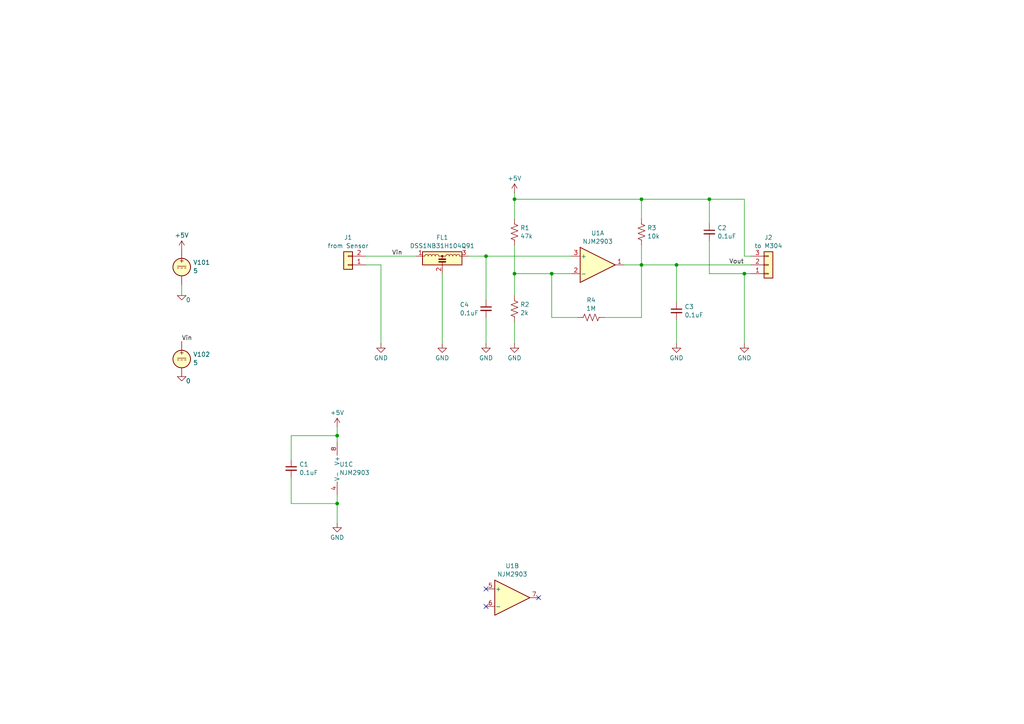
<source format=kicad_sch>
(kicad_sch (version 20231120) (generator "eeschema") (generator_version "8.0")
  (paper "A4")
  (title_block (title "Voltage Amplifier & Comparator for CTT-10-CLS-CV-25") (date "2025-07-04") (rev "1.00") (company "YS-Lab"))
  (lib_symbols
    (symbol "Connector_Generic:Conn_01x02" (pin_names (offset 1.016) hide)
      (property "Reference" "J" (at 0 2.54 0))
      (property "Value" "Conn_01x02" (at 0 -5.08 0))
      (symbol "Conn_01x02_1_1"
        (rectangle (start -1.27 -2.413) (end 0 -2.667) (stroke (width 0.1524)))
        (rectangle (start -1.27 0.127) (end 0 -0.127) (stroke (width 0.1524)))
        (rectangle (start -1.27 1.27) (end 1.27 -3.81) (stroke (width 0.254)) (fill (type background)))
        (pin passive line (at -5.08 0 0) (length 3.81) (name "Pin_1") (number "1"))
        (pin passive line (at -5.08 -2.54 0) (length 3.81) (name "Pin_2") (number "2"))
      )
    )
    (symbol "Connector_Generic:Conn_01x03" (pin_names (offset 1.016) hide)
      (property "Reference" "J" (at 0 5.08 0))
      (property "Value" "Conn_01x03" (at 0 -5.08 0))
      (symbol "Conn_01x03_1_1"
        (rectangle (start -1.27 -2.413) (end 0 -2.667) (stroke (width 0.1524)))
        (rectangle (start -1.27 0.127) (end 0 -0.127) (stroke (width 0.1524)))
        (rectangle (start -1.27 2.667) (end 0 2.413) (stroke (width 0.1524)))
        (rectangle (start -1.27 3.81) (end 1.27 -3.81) (stroke (width 0.254)) (fill (type background)))
        (pin passive line (at -5.08 2.54 0) (length 3.81) (name "Pin_1") (number "1"))
        (pin passive line (at -5.08 0 0) (length 3.81) (name "Pin_2") (number "2"))
        (pin passive line (at -5.08 -2.54 0) (length 3.81) (name "Pin_3") (number "3"))
      )
    )
    (symbol "Device:C_Small" (pin_numbers hide) (pin_names (offset 0.254) hide)
      (property "Reference" "C" (at 0.254 1.778 0))
      (property "Value" "C_Small" (at 0.254 -2.032 0))
      (symbol "C_Small_0_1"
        (polyline (pts (xy -1.524 -0.508) (xy 1.524 -0.508)) (stroke (width 0.3302)))
        (polyline (pts (xy -1.524 0.508) (xy 1.524 0.508)) (stroke (width 0.3048)))
      )
      (symbol "C_Small_1_1"
        (pin passive line (at 0 2.54 270) (length 2.032) (name "~") (number "1"))
        (pin passive line (at 0 -2.54 90) (length 2.032) (name "~") (number "2"))
      )
    )
    (symbol "Device:Filter_EMI_LCL" (pin_names (offset 0.254) hide)
      (property "Reference" "FL" (at 0 6.985 0))
      (property "Value" "Filter_EMI_LCL" (at 0 5.08 0))
      (symbol "Filter_EMI_LCL_0_1"
        (rectangle (start -5.715 3.81) (end 5.715 0) (stroke (width 0.254)) (fill (type background)))
        (arc (start -4.064 2.54) (mid -4.572 3.0458) (end -5.08 2.54))
        (arc (start -3.048 2.54) (mid -3.556 3.0458) (end -4.064 2.54))
        (arc (start -2.032 2.54) (mid -2.54 3.0458) (end -3.048 2.54))
        (rectangle (start -1.016 0.762) (end 1.016 1.016) (fill (type outline)))
        (arc (start -1.016 2.54) (mid -1.524 3.0458) (end -2.032 2.54))
        (polyline (pts (xy -1.016 2.54) (xy 1.016 2.54)))
        (polyline (pts (xy 0 0.762) (xy 0 0)))
        (polyline (pts (xy 0 2.54) (xy 0 1.778)))
        (circle (center 0 2.54) (radius 0.254) (fill (type outline)))
        (rectangle (start 1.016 1.524) (end -1.016 1.778) (fill (type outline)))
        (arc (start 2.032 2.54) (mid 1.524 3.0458) (end 1.016 2.54))
        (arc (start 3.048 2.54) (mid 2.54 3.0458) (end 2.032 2.54))
        (arc (start 4.064 2.54) (mid 3.556 3.0458) (end 3.048 2.54))
        (arc (start 5.08 2.54) (mid 4.572 3.0458) (end 4.064 2.54))
      )
      (symbol "Filter_EMI_LCL_1_1"
        (pin passive line (at -7.62 2.54 0) (length 2.54) (name "1") (number "1"))
        (pin passive line (at 0 -2.54 90) (length 2.54) (name "2") (number "2"))
        (pin passive line (at 7.62 2.54 180) (length 2.54) (name "3") (number "3"))
      )
    )
    (symbol "Device:R_US" (pin_numbers hide) (pin_names (offset 0))
      (property "Reference" "R" (at 2.54 0 90))
      (property "Value" "R_US" (at -2.54 0 90))
      (symbol "R_US_0_1"
        (polyline (pts (xy 0 -2.286) (xy 0 -2.54)))
        (polyline (pts (xy 0 2.286) (xy 0 2.54)))
        (polyline (pts (xy 0 -0.762) (xy 1.016 -1.143) (xy 0 -1.524) (xy -1.016 -1.905) (xy 0 -2.286)))
        (polyline (pts (xy 0 0.762) (xy 1.016 0.381) (xy 0 0) (xy -1.016 -0.381) (xy 0 -0.762)))
        (polyline (pts (xy 0 2.286) (xy 1.016 1.905) (xy 0 1.524) (xy -1.016 1.143) (xy 0 0.762)))
      )
      (symbol "R_US_1_1"
        (pin passive line (at 0 3.81 270) (length 1.27) (name "~") (number "1"))
        (pin passive line (at 0 -3.81 90) (length 1.27) (name "~") (number "2"))
      )
    )
    (symbol "Simulation_SPICE:0" (power) (pin_numbers hide) (pin_names (offset 0) hide)
      (property "Value" "0" (at 0 -2.54 0))
      (symbol "0_0_1"
        (polyline (pts (xy -1.27 0) (xy 0 -1.27) (xy 1.27 0) (xy -1.27 0)))
      )
      (symbol "0_1_1"
        (pin power_in line (at 0 0 0) (length 0) (name "~") (number "1"))
      )
    )
    (symbol "Simulation_SPICE:VDC" (pin_numbers hide) (pin_names (offset 0.0254))
      (property "Reference" "V" (at 2.54 2.54 0))
      (property "Value" "1" (at 2.54 0 0))
      (symbol "VDC_0_0"
        (polyline (pts (xy -1.27 0.254) (xy 1.27 0.254)))
        (polyline (pts (xy -0.762 -0.254) (xy -1.27 -0.254)))
        (polyline (pts (xy 0.254 -0.254) (xy -0.254 -0.254)))
        (polyline (pts (xy 1.27 -0.254) (xy 0.762 -0.254)))
        (text "+" (at 0 1.905 0) (effects (font (size 1.27 1.27))))
      )
      (symbol "VDC_0_1"
        (circle (center 0 0) (radius 2.54) (stroke (width 0.254)) (fill (type background)))
      )
      (symbol "VDC_1_1"
        (pin passive line (at 0 5.08 270) (length 2.54) (name "~") (number "1"))
        (pin passive line (at 0 -5.08 90) (length 2.54) (name "~") (number "2"))
      )
    )
    (symbol "power:+5V" (power) (pin_numbers hide) (pin_names (offset 0) hide)
      (property "Value" "+5V" (at 0 3.556 0))
      (symbol "+5V_0_1"
        (polyline (pts (xy -0.762 1.27) (xy 0 2.54)))
        (polyline (pts (xy 0 0) (xy 0 2.54)))
        (polyline (pts (xy 0 2.54) (xy 0.762 1.27)))
      )
      (symbol "+5V_1_1"
        (pin power_in line (at 0 0 90) (length 0) (name "~") (number "1"))
      )
    )
    (symbol "power:GND" (power) (pin_numbers hide) (pin_names (offset 0) hide)
      (property "Value" "GND" (at 0 -3.81 0))
      (symbol "GND_0_1"
        (polyline (pts (xy 0 0) (xy 0 -1.27) (xy 1.27 -1.27) (xy 0 -2.54) (xy -1.27 -1.27) (xy 0 -1.27)))
      )
      (symbol "GND_1_1"
        (pin power_in line (at 0 0 270) (length 0) (name "~") (number "1"))
      )
    )
    (symbol "private:NJM2903" (pin_names (offset 0.127))
      (property "Reference" "U" (at 0 5.08 0))
      (property "Value" "NJM2903" (at 0 -5.08 0))
      (symbol "NJM2903_1_1"
        (polyline (pts (xy -5.08 5.08) (xy 5.08 0) (xy -5.08 -5.08) (xy -5.08 5.08)) (stroke (width 0.254)) (fill (type background)))
        (pin output line (at 7.62 0 180) (length 2.54) (name "~") (number "1"))
        (pin input line (at -7.62 -2.54 0) (length 2.54) (name "-") (number "2"))
        (pin input line (at -7.62 2.54 0) (length 2.54) (name "+") (number "3"))
      )
      (symbol "NJM2903_2_1"
        (polyline (pts (xy -5.08 5.08) (xy 5.08 0) (xy -5.08 -5.08) (xy -5.08 5.08)) (stroke (width 0.254)) (fill (type background)))
        (pin input line (at -7.62 2.54 0) (length 2.54) (name "+") (number "5"))
        (pin input line (at -7.62 -2.54 0) (length 2.54) (name "-") (number "6"))
        (pin output line (at 7.62 0 180) (length 2.54) (name "~") (number "7"))
      )
      (symbol "NJM2903_3_1"
        (pin power_in line (at -2.54 -7.62 90) (length 3.81) (name "V-") (number "4"))
        (pin power_in line (at -2.54 7.62 270) (length 3.81) (name "V+") (number "8"))
      )
    )
  )
  (junction (at 186.055 57.785))
  (junction (at 205.74 57.785))
  (junction (at 149.225 57.785))
  (junction (at 160.02 79.375))
  (junction (at 97.79 126.365))
  (junction (at 140.97 74.295))
  (junction (at 186.055 76.835))
  (junction (at 215.9 79.375))
  (junction (at 149.225 79.375))
  (junction (at 196.215 76.835))
  (junction (at 97.79 146.05))
  (no_connect (at 156.21 173.355))
  (no_connect (at 140.97 170.815))
  (no_connect (at 140.97 175.895))
  (wire (pts (xy 196.215 76.835) (xy 196.215 87.63)))
  (wire (pts (xy 149.225 93.345) (xy 149.225 99.695)))
  (wire (pts (xy 135.89 74.295) (xy 140.97 74.295)))
  (wire (pts (xy 84.455 126.365) (xy 97.79 126.365)))
  (wire (pts (xy 149.225 79.375) (xy 160.02 79.375)))
  (wire (pts (xy 84.455 146.05) (xy 97.79 146.05)))
  (wire (pts (xy 205.74 57.785) (xy 205.74 64.77)))
  (wire (pts (xy 149.225 55.88) (xy 149.225 57.785)))
  (wire (pts (xy 217.805 74.295) (xy 215.9 74.295)))
  (wire (pts (xy 205.74 57.785) (xy 215.9 57.785)))
  (wire (pts (xy 186.055 71.12) (xy 186.055 76.835)))
  (wire (pts (xy 186.055 57.785) (xy 149.225 57.785)))
  (wire (pts (xy 160.02 92.075) (xy 160.02 79.375)))
  (wire (pts (xy 149.225 79.375) (xy 149.225 85.725)))
  (wire (pts (xy 52.705 82.55) (xy 52.705 85.725)))
  (wire (pts (xy 186.055 57.785) (xy 205.74 57.785)))
  (wire (pts (xy 120.65 74.295) (xy 106.045 74.295)))
  (wire (pts (xy 140.97 74.295) (xy 140.97 86.995)))
  (wire (pts (xy 84.455 138.43) (xy 84.455 146.05)))
  (wire (pts (xy 167.64 92.075) (xy 160.02 92.075)))
  (wire (pts (xy 84.455 126.365) (xy 84.455 133.35)))
  (wire (pts (xy 215.9 79.375) (xy 215.9 99.695)))
  (wire (pts (xy 196.215 92.71) (xy 196.215 99.695)))
  (wire (pts (xy 186.055 76.835) (xy 196.215 76.835)))
  (wire (pts (xy 97.79 126.365) (xy 97.79 128.27)))
  (wire (pts (xy 217.805 79.375) (xy 215.9 79.375)))
  (wire (pts (xy 196.215 76.835) (xy 217.805 76.835)))
  (wire (pts (xy 128.27 79.375) (xy 128.27 99.695)))
  (wire (pts (xy 140.97 92.075) (xy 140.97 99.695)))
  (wire (pts (xy 106.045 76.835) (xy 110.49 76.835)))
  (wire (pts (xy 180.975 76.835) (xy 186.055 76.835)))
  (wire (pts (xy 97.79 146.05) (xy 97.79 151.765)))
  (wire (pts (xy 97.79 123.825) (xy 97.79 126.365)))
  (wire (pts (xy 149.225 57.785) (xy 149.225 63.5)))
  (wire (pts (xy 186.055 76.835) (xy 186.055 92.075)))
  (wire (pts (xy 149.225 71.12) (xy 149.225 79.375)))
  (wire (pts (xy 186.055 63.5) (xy 186.055 57.785)))
  (wire (pts (xy 205.74 69.85) (xy 205.74 79.375)))
  (wire (pts (xy 160.02 79.375) (xy 165.735 79.375)))
  (wire (pts (xy 215.9 74.295) (xy 215.9 57.785)))
  (wire (pts (xy 186.055 92.075) (xy 175.26 92.075)))
  (wire (pts (xy 140.97 74.295) (xy 165.735 74.295)))
  (wire (pts (xy 110.49 76.835) (xy 110.49 99.695)))
  (wire (pts (xy 97.79 143.51) (xy 97.79 146.05)))
  (wire (pts (xy 205.74 79.375) (xy 215.9 79.375)))
  (label "Vout" (at 211.455 76.835 0))
  (label "Vin" (at 113.665 74.295 0))
  (label "Vin" (at 52.705 99.06 0))
  (symbol (lib_id "power:GND") (at 97.79 151.765 0) (unit 1)
    (property "Reference" "#PWR102" (effects (hide yes)))
    (property "Value" "GND" (at 97.79 155.8981 0))
    (property "Description" "Power symbol creates a global label with name \"GND\" , ground" (effects (hide yes)))
  )
  (symbol (lib_id "Device:C_Small") (at 84.455 135.89 0) (unit 1)
    (property "Reference" "C1" (at 86.7791 134.6841 0) (effects (justify left)))
    (property "Value" "0.1uF" (at 86.7791 137.1084 0) (effects (justify left)))
    (property "Footprint" "Capacitor_THT:C_Disc_D3.4mm_W2.1mm_P2.50mm" (effects (hide yes)))
    (property "Description" "Unpolarized capacitor, small symbol" (effects (hide yes)))
  )
  (symbol (lib_id "power:GND") (at 110.49 99.695 0) (unit 1)
    (property "Reference" "#PWR104" (effects (hide yes)))
    (property "Value" "GND" (at 110.49 103.8281 0))
    (property "Description" "Power symbol creates a global label with name \"GND\" , ground" (effects (hide yes)))
  )
  (symbol (lib_id "private:NJM2903") (at 173.355 76.835 0) (unit 1)
    (property "Reference" "U1" (at 173.355 67.6105 0))
    (property "Value" "NJM2903" (at 173.355 70.0348 0))
    (property "Footprint" "Package_DIP:DIP-8_W7.62mm_LongPads" (effects (hide yes)))
    (property "Datasheet" "https://akizukidenshi.com/catalog/g/g113486/" (effects (hide yes)))
    (property "Description" "Dual Low Noise Pre-Amplifier, DIP-8/DMP-8/SIP-8" (effects (hide yes)))
    (property "Sim.Library" "sims/NJM2903_NewJRC/NJM2903.lib" (effects (hide yes)))
    (property "Sim.Name" "njm2903" (effects (hide yes)))
    (property "Sim.Device" "SUBCKT" (effects (hide yes)))
    (property "Sim.Pins" "1=AOUTPUT 2=A-INPUT 3=A+INPUT 4=GND 5=B+INPUT 6=B-INPUT 7=BOUTPUT 8=V+" (effects (hide yes)))
  )
  (symbol (lib_id "Device:R_US") (at 186.055 67.31 0) (unit 1)
    (property "Reference" "R3" (at 187.706 66.0978 0) (effects (justify left)))
    (property "Value" "10k" (at 187.706 68.5221 0) (effects (justify left)))
    (property "Footprint" "Resistor_THT:R_Axial_DIN0207_L6.3mm_D2.5mm_P10.16mm_Horizontal" (effects (hide yes)))
    (property "Description" "Resistor, US symbol" (effects (hide yes)))
  )
  (symbol (lib_id "Simulation_SPICE:0") (at 52.705 109.22 0) (unit 1)
    (property "Reference" "#GND102" (effects (hide yes)))
    (property "Value" "0" (at 54.61 110.49 0))
    (property "Datasheet" "https://ngspice.sourceforge.io/docs/ngspice-html-manual/manual.xhtml#subsec_Circuit_elements__device" (effects (hide yes)))
    (property "Description" "0V reference potential for simulation" (effects (hide yes)))
  )
  (symbol (lib_id "Simulation_SPICE:VDC") (at 52.705 104.14 0) (unit 1) (in_bom no) (on_board no)
    (property "Reference" "V102" (at 56.007 102.798 0) (effects (justify left)))
    (property "Value" "5" (at 56.007 105.2223 0) (effects (justify left)))
    (property "Datasheet" "https://ngspice.sourceforge.io/docs/ngspice-html-manual/manual.xhtml#sec_Independent_Sources_for" (effects (hide yes)))
    (property "Description" "Voltage source, DC" (effects (hide yes)))
    (property "Sim.Pins" "1=+ 2=-" (effects (hide yes)))
    (property "Sim.Type" "DC" (effects (hide yes)))
    (property "Sim.Device" "V" (effects (hide yes)))
  )
  (symbol (lib_id "Simulation_SPICE:VDC") (at 52.705 77.47 0) (unit 1) (in_bom no) (on_board no)
    (property "Reference" "V101" (at 56.007 76.128 0) (effects (justify left)))
    (property "Value" "5" (at 56.007 78.5523 0) (effects (justify left)))
    (property "Datasheet" "https://ngspice.sourceforge.io/docs/ngspice-html-manual/manual.xhtml#sec_Independent_Sources_for" (effects (hide yes)))
    (property "Description" "Voltage source, DC" (effects (hide yes)))
    (property "Sim.Pins" "1=+ 2=-" (effects (hide yes)))
    (property "Sim.Type" "DC" (effects (hide yes)))
    (property "Sim.Device" "V" (effects (hide yes)))
  )
  (symbol (lib_id "power:+5V") (at 149.225 55.88 0) (unit 1)
    (property "Reference" "#PWR106" (effects (hide yes)))
    (property "Value" "+5V" (at 149.225 51.7469 0))
    (property "Description" "Power symbol creates a global label with name \"+5V\"" (effects (hide yes)))
  )
  (symbol (lib_id "Device:C_Small") (at 140.97 89.535 0) (unit 1)
    (property "Reference" "C4" (at 133.35 88.3807 0) (effects (justify left)))
    (property "Value" "0.1uF" (at 133.35 90.805 0) (effects (justify left)))
    (property "Footprint" "Capacitor_THT:C_Disc_D3.4mm_W2.1mm_P2.50mm" (effects (hide yes)))
    (property "Description" "Unpolarized capacitor, small symbol" (effects (hide yes)))
  )
  (symbol (lib_id "Device:Filter_EMI_LCL") (at 128.27 76.835 0) (unit 1)
    (property "Reference" "FL1" (at 128.27 68.8805 0))
    (property "Value" "DSS1NB31H104Q91" (at 128.27 71.3048 0))
    (property "Footprint" "holly:DSS1" (effects (hide yes)))
    (property "Datasheet" "http://www.murata.com/~/media/webrenewal/support/library/catalog/products/emc/emifil/c31e.ashx?la=en-gb" (effects (hide yes)))
    (property "Description" "EMI T-filter (LCL)" (effects (hide yes)))
  )
  (symbol (lib_id "Device:C_Small") (at 205.74 67.31 0) (unit 1)
    (property "Reference" "C2" (at 208.0641 66.1041 0) (effects (justify left)))
    (property "Value" "0.1uF" (at 208.0641 68.5284 0) (effects (justify left)))
    (property "Footprint" "Capacitor_THT:C_Disc_D3.4mm_W2.1mm_P2.50mm" (effects (hide yes)))
    (property "Description" "Unpolarized capacitor, small symbol" (effects (hide yes)))
  )
  (symbol (lib_id "power:+5V") (at 52.705 72.39 0) (unit 1)
    (property "Reference" "#PWR107" (effects (hide yes)))
    (property "Value" "+5V" (at 52.705 68.2569 0))
    (property "Description" "Power symbol creates a global label with name \"+5V\"" (effects (hide yes)))
  )
  (symbol (lib_id "Connector_Generic:Conn_01x03") (at 222.885 76.835 0) (mirror x) (unit 1) (exclude_from_sim yes)
    (property "Reference" "J2" (at 222.885 68.8805 0))
    (property "Value" "to M304" (at 222.885 71.3048 0))
    (property "Footprint" "Connector_JST:JST_XH_B3B-XH-A_1x03_P2.50mm_Vertical" (effects (hide yes)))
    (property "Description" "Generic connector, single row, 01x03, script generated (kicad-library-utils/schlib/autogen/connector/)" (effects (hide yes)))
  )
  (symbol (lib_id "Device:C_Small") (at 196.215 90.17 0) (unit 1)
    (property "Reference" "C3" (at 198.5391 88.9641 0) (effects (justify left)))
    (property "Value" "0.1uF" (at 198.5391 91.3884 0) (effects (justify left)))
    (property "Footprint" "Capacitor_THT:C_Disc_D3.4mm_W2.1mm_P2.50mm" (effects (hide yes)))
    (property "Description" "Unpolarized capacitor, small symbol" (effects (hide yes)))
  )
  (symbol (lib_id "power:GND") (at 149.225 99.695 0) (unit 1)
    (property "Reference" "#PWR105" (effects (hide yes)))
    (property "Value" "GND" (at 149.225 103.8281 0))
    (property "Description" "Power symbol creates a global label with name \"GND\" , ground" (effects (hide yes)))
  )
  (symbol (lib_id "Device:R_US") (at 149.225 67.31 0) (unit 1)
    (property "Reference" "R1" (at 150.876 66.0978 0) (effects (justify left)))
    (property "Value" "47k" (at 150.876 68.5221 0) (effects (justify left)))
    (property "Footprint" "Resistor_THT:R_Axial_DIN0207_L6.3mm_D2.5mm_P10.16mm_Horizontal" (effects (hide yes)))
    (property "Description" "Resistor, US symbol" (effects (hide yes)))
  )
  (symbol (lib_id "Device:R_US") (at 171.45 92.075 90) (unit 1)
    (property "Reference" "R4" (at 171.45 87.0415 90))
    (property "Value" "1M" (at 171.45 89.4658 90))
    (property "Footprint" "Resistor_THT:R_Axial_DIN0207_L6.3mm_D2.5mm_P10.16mm_Horizontal" (effects (hide yes)))
    (property "Description" "Resistor, US symbol" (effects (hide yes)))
  )
  (symbol (lib_id "power:GND") (at 215.9 99.695 0) (unit 1)
    (property "Reference" "#PWR103" (effects (hide yes)))
    (property "Value" "GND" (at 215.9 103.8281 0))
    (property "Description" "Power symbol creates a global label with name \"GND\" , ground" (effects (hide yes)))
  )
  (symbol (lib_id "Device:R_US") (at 149.225 89.535 0) (unit 1)
    (property "Reference" "R2" (at 150.876 88.3228 0) (effects (justify left)))
    (property "Value" "2k" (at 150.876 90.7471 0) (effects (justify left)))
    (property "Footprint" "Resistor_THT:R_Axial_DIN0207_L6.3mm_D2.5mm_P10.16mm_Horizontal" (effects (hide yes)))
    (property "Description" "Resistor, US symbol" (effects (hide yes)))
  )
  (symbol (lib_id "private:NJM2903") (at 100.33 135.89 0) (unit 3)
    (property "Reference" "U1" (at 98.425 134.6778 0) (effects (justify left)))
    (property "Value" "NJM2903" (at 98.425 137.1021 0) (effects (justify left)))
    (property "Footprint" "Package_DIP:DIP-8_W7.62mm_LongPads" (effects (hide yes)))
    (property "Datasheet" "https://akizukidenshi.com/catalog/g/g113486/" (effects (hide yes)))
    (property "Description" "Dual Low Noise Pre-Amplifier, DIP-8/DMP-8/SIP-8" (effects (hide yes)))
    (property "Sim.Library" "sims/NJM2903_NewJRC/NJM2903.lib" (effects (hide yes)))
    (property "Sim.Name" "njm2903" (effects (hide yes)))
    (property "Sim.Device" "SUBCKT" (effects (hide yes)))
    (property "Sim.Pins" "1=AOUTPUT 2=A-INPUT 3=A+INPUT 4=GND 5=B+INPUT 6=B-INPUT 7=BOUTPUT 8=V+" (effects (hide yes)))
  )
  (symbol (lib_id "power:GND") (at 128.27 99.695 0) (unit 1)
    (property "Reference" "#PWR108" (effects (hide yes)))
    (property "Value" "GND" (at 128.27 103.8281 0))
    (property "Description" "Power symbol creates a global label with name \"GND\" , ground" (effects (hide yes)))
  )
  (symbol (lib_id "power:GND") (at 140.97 99.695 0) (unit 1)
    (property "Reference" "#PWR1" (effects (hide yes)))
    (property "Value" "GND" (at 140.97 103.8281 0))
    (property "Description" "Power symbol creates a global label with name \"GND\" , ground" (effects (hide yes)))
  )
  (symbol (lib_id "power:GND") (at 196.215 99.695 0) (unit 1)
    (property "Reference" "#PWR2" (effects (hide yes)))
    (property "Value" "GND" (at 196.215 103.8281 0))
    (property "Description" "Power symbol creates a global label with name \"GND\" , ground" (effects (hide yes)))
  )
  (symbol (lib_id "private:NJM2903") (at 148.59 173.355 0) (unit 2)
    (property "Reference" "U1" (at 148.59 164.1305 0))
    (property "Value" "NJM2903" (at 148.59 166.5548 0))
    (property "Footprint" "Package_DIP:DIP-8_W7.62mm_LongPads" (effects (hide yes)))
    (property "Datasheet" "https://akizukidenshi.com/catalog/g/g113486/" (effects (hide yes)))
    (property "Description" "Dual Low Noise Pre-Amplifier, DIP-8/DMP-8/SIP-8" (effects (hide yes)))
    (property "Sim.Library" "sims/NJM2903_NewJRC/NJM2903.lib" (effects (hide yes)))
    (property "Sim.Name" "njm2903" (effects (hide yes)))
    (property "Sim.Device" "SUBCKT" (effects (hide yes)))
    (property "Sim.Pins" "1=AOUTPUT 2=A-INPUT 3=A+INPUT 4=GND 5=B+INPUT 6=B-INPUT 7=BOUTPUT 8=V+" (effects (hide yes)))
  )
  (symbol (lib_id "power:+5V") (at 97.79 123.825 0) (unit 1)
    (property "Reference" "#PWR101" (effects (hide yes)))
    (property "Value" "+5V" (at 97.79 119.6919 0))
    (property "Description" "Power symbol creates a global label with name \"+5V\"" (effects (hide yes)))
  )
  (symbol (lib_id "Simulation_SPICE:0") (at 52.705 85.725 0) (unit 1)
    (property "Reference" "#GND101" (effects (hide yes)))
    (property "Value" "0" (at 54.61 86.995 0))
    (property "Datasheet" "https://ngspice.sourceforge.io/docs/ngspice-html-manual/manual.xhtml#subsec_Circuit_elements__device" (effects (hide yes)))
    (property "Description" "0V reference potential for simulation" (effects (hide yes)))
  )
  (symbol (lib_id "Connector_Generic:Conn_01x02") (at 100.965 76.835 180) (unit 1) (exclude_from_sim yes)
    (property "Reference" "J1" (at 100.965 68.8805 0))
    (property "Value" "from Sensor" (at 100.965 71.3048 0))
    (property "Footprint" "Connector_JST:JST_XH_B2B-XH-A_1x02_P2.50mm_Vertical" (effects (hide yes)))
    (property "Description" "Generic connector, single row, 01x02, script generated (kicad-library-utils/schlib/autogen/connector/)" (effects (hide yes)))
  )
)
</source>
